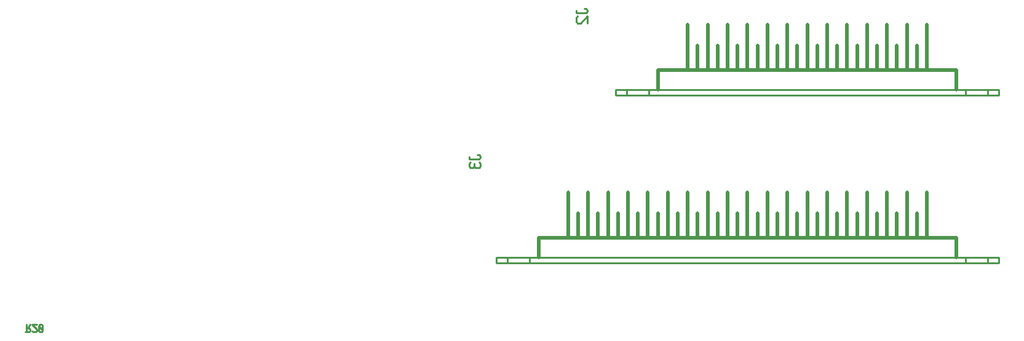
<source format=gbr>
G04 start of page 9 for group -4078 idx -4078 *
G04 Title: combined, bottomsilk *
G04 Creator: pcb 20110918 *
G04 CreationDate: Tue 12 Jun 2012 05:40:10 PM GMT UTC *
G04 For: ed *
G04 Format: Gerber/RS-274X *
G04 PCB-Dimensions: 650000 650000 *
G04 PCB-Coordinate-Origin: lower left *
%MOIN*%
%FSLAX25Y25*%
%LNBOTTOMSILK*%
%ADD120C,0.0200*%
%ADD119C,0.0100*%
G54D119*X648430Y539400D02*Y536400D01*
X440830Y539400D02*X648430D01*
X440830D02*Y536400D01*
X648430D01*
X642430Y539400D02*Y536400D01*
X630430Y539400D02*Y536400D01*
X446830Y539400D02*Y536400D01*
X458830Y539400D02*Y536400D01*
G54D120*X625430Y549900D02*Y539400D01*
X463830Y549900D02*X625430D01*
X463830D02*Y539400D01*
G54D119*X625430D01*
G54D120*X479830Y574500D02*Y549900D01*
X490630Y574500D02*Y549900D01*
X501430Y574500D02*Y549900D01*
X512230Y574500D02*Y549900D01*
X523030Y574500D02*Y549900D01*
X533830Y574500D02*Y549900D01*
X544630Y574500D02*Y549900D01*
X555430Y574500D02*Y549900D01*
X566230Y574500D02*Y549900D01*
X577030Y574500D02*Y549900D01*
X587830Y574500D02*Y549900D01*
X598630Y574500D02*Y549900D01*
X609430Y574500D02*Y549900D01*
X485230Y563300D02*Y549900D01*
X496030Y563300D02*Y549900D01*
X506830Y563300D02*Y549900D01*
X517630Y563300D02*Y549900D01*
X528430Y563300D02*Y549900D01*
X539230Y563300D02*Y549900D01*
X550030Y563300D02*Y549900D01*
X560830Y563300D02*Y549900D01*
X571630Y563300D02*Y549900D01*
X582430Y563300D02*Y549900D01*
X593230Y563300D02*Y549900D01*
X604030Y563300D02*Y549900D01*
G54D119*X648430Y448400D02*Y445400D01*
X376030Y448400D02*X648430D01*
X376030D02*Y445400D01*
X648430D01*
X642430Y448400D02*Y445400D01*
X630430Y448400D02*Y445400D01*
X382030Y448400D02*Y445400D01*
X394030Y448400D02*Y445400D01*
G54D120*X625430Y458900D02*Y448400D01*
X399030Y458900D02*X625430D01*
X399030D02*Y448400D01*
G54D119*X625430D01*
G54D120*X415030Y483500D02*Y458900D01*
X425830Y483500D02*Y458900D01*
X436630Y483500D02*Y458900D01*
X447430Y483500D02*Y458900D01*
X458230Y483500D02*Y458900D01*
X469030Y483500D02*Y458900D01*
X479830Y483500D02*Y458900D01*
X490630Y483500D02*Y458900D01*
X501430Y483500D02*Y458900D01*
X512230Y483500D02*Y458900D01*
X523030Y483500D02*Y458900D01*
X533830Y483500D02*Y458900D01*
X544630Y483500D02*Y458900D01*
X555430Y483500D02*Y458900D01*
X566230Y483500D02*Y458900D01*
X577030Y483500D02*Y458900D01*
X587830Y483500D02*Y458900D01*
X598630Y483500D02*Y458900D01*
X609430Y483500D02*Y458900D01*
X420430Y472300D02*Y458900D01*
X431230Y472300D02*Y458900D01*
X442030Y472300D02*Y458900D01*
X452830Y472300D02*Y458900D01*
X463630Y472300D02*Y458900D01*
X474430Y472300D02*Y458900D01*
X485230Y472300D02*Y458900D01*
X496030Y472300D02*Y458900D01*
X506830Y472300D02*Y458900D01*
X517630Y472300D02*Y458900D01*
X528430Y472300D02*Y458900D01*
X539230Y472300D02*Y458900D01*
X550030Y472300D02*Y458900D01*
X560830Y472300D02*Y458900D01*
X571630Y472300D02*Y458900D01*
X582430Y472300D02*Y458900D01*
X593230Y472300D02*Y458900D01*
X604030Y472300D02*Y458900D01*
G54D119*X120819Y407842D02*X122819D01*
X123319Y408342D01*
Y409342D01*
X122819Y409842D02*X123319Y409342D01*
X121319Y409842D02*X122819D01*
X121319Y407842D02*Y411842D01*
X122119Y409842D02*X123319Y411842D01*
X124519Y408342D02*X125019Y407842D01*
X126519D01*
X127019Y408342D01*
Y409342D01*
X124519Y411842D02*X127019Y409342D01*
X124519Y411842D02*X127019D01*
X128219Y411342D02*X128719Y411842D01*
X128219Y408342D02*Y411342D01*
Y408342D02*X128719Y407842D01*
X129719D01*
X130219Y408342D01*
Y411342D01*
X129719Y411842D02*X130219Y411342D01*
X128719Y411842D02*X129719D01*
X128219Y410842D02*X130219Y408842D01*
X419400Y580920D02*Y582120D01*
Y580920D02*X424650D01*
X425400Y581670D02*X424650Y580920D01*
X425400Y581670D02*Y582420D01*
X424650Y583170D02*X425400Y582420D01*
X423900Y583170D02*X424650D01*
X420150Y579120D02*X419400Y578370D01*
Y576120D02*Y578370D01*
Y576120D02*X420150Y575370D01*
X421650D01*
X425400Y579120D02*X421650Y575370D01*
X425400D02*Y579120D01*
X361400Y501720D02*Y502920D01*
Y501720D02*X366650D01*
X367400Y502470D02*X366650Y501720D01*
X367400Y502470D02*Y503220D01*
X366650Y503970D02*X367400Y503220D01*
X365900Y503970D02*X366650D01*
X362150Y499920D02*X361400Y499170D01*
Y497670D02*Y499170D01*
Y497670D02*X362150Y496920D01*
X367400Y497670D02*X366650Y496920D01*
X367400Y497670D02*Y499170D01*
X366650Y499920D02*X367400Y499170D01*
X364100Y497670D02*Y499170D01*
X362150Y496920D02*X363350D01*
X364850D02*X366650D01*
X364850D02*X364100Y497670D01*
X363350Y496920D02*X364100Y497670D01*
M02*

</source>
